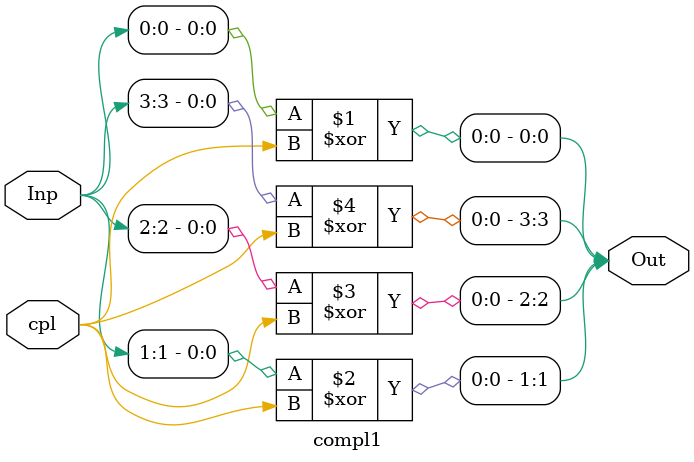
<source format=v>
module compl1(output wire [3:0] Out, input wire [3:0] Inp, input wire cpl);
  /// Hace el complemento cuando cpl es 1
  xor xor0(Out[0], Inp[0], cpl);
  xor xor1(Out[1], Inp[1], cpl);
  xor xor2(Out[2], Inp[2], cpl);
  xor xor3(Out[3], Inp[3], cpl);
endmodule

/// Forma conductual (reg)
// module compl1(output reg [3:0] Out, input wire [3:0] Inp, input wire cpl);
//   always @ (cpl, Inp)
//     if (cpl == 1'b1)
//       Out = ~Inp;
//     else
//       Out = Inp;
// endmodule
</source>
